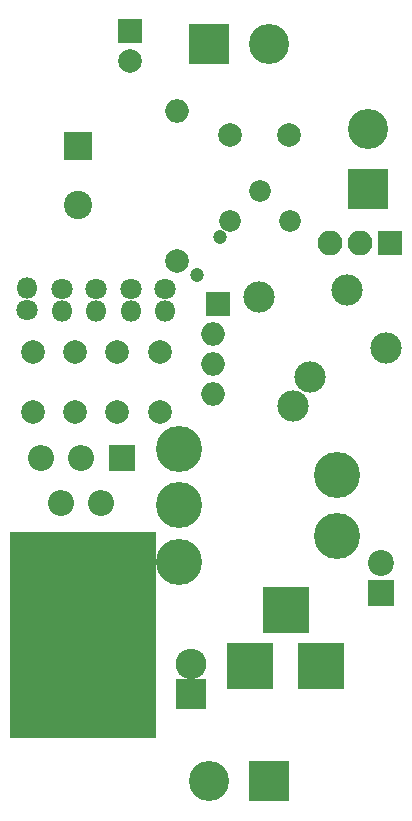
<source format=gbs>
G04 #@! TF.FileFunction,Soldermask,Bot*
%FSLAX45Y45*%
G04 Gerber Fmt 4.5, Leading zero omitted, Abs format (unit mm)*
G04 Created by KiCad (PCBNEW 4.0.7-e2-6376~58~ubuntu16.04.1) date Wed Oct 11 14:35:36 2017*
%MOMM*%
%LPD*%
G01*
G04 APERTURE LIST*
%ADD10C,0.020000*%
%ADD11R,2.600000X2.600000*%
%ADD12O,2.600000X2.600000*%
%ADD13R,2.200000X2.200000*%
%ADD14C,2.200000*%
%ADD15O,3.900000X3.900000*%
%ADD16O,2.200000X2.200000*%
%ADD17C,1.200000*%
%ADD18R,3.400000X3.400000*%
%ADD19C,3.400000*%
%ADD20C,3.900000*%
%ADD21C,1.840000*%
%ADD22C,2.000000*%
%ADD23O,2.000000X2.000000*%
%ADD24R,2.100000X2.100000*%
%ADD25O,2.100000X2.100000*%
%ADD26C,2.650000*%
%ADD27C,1.800000*%
%ADD28O,1.800000X1.800000*%
%ADD29C,2.400000*%
%ADD30R,2.400000X2.400000*%
%ADD31R,2.000000X2.000000*%
%ADD32R,3.900000X3.900000*%
%ADD33R,12.400000X17.400000*%
G04 APERTURE END LIST*
D10*
D11*
X18847308Y-11861292D03*
D12*
X18847308Y-11607292D03*
D13*
X20452080Y-11008944D03*
D14*
X20452080Y-10754944D03*
D15*
X17928336Y-11727820D03*
D13*
X18255996Y-9862820D03*
D16*
X18085996Y-10242820D03*
X17915996Y-9862820D03*
X17745996Y-10242820D03*
X17575996Y-9862820D03*
D17*
X19087338Y-7996174D03*
D18*
X20339812Y-7585710D03*
D19*
X20339812Y-7077710D03*
D20*
X20082152Y-10010156D03*
X20082152Y-10520156D03*
X18742152Y-9790156D03*
X18742152Y-10265156D03*
X18742152Y-10740156D03*
D21*
X19174460Y-7858760D03*
X19428460Y-7604760D03*
X19682460Y-7858760D03*
D22*
X18722340Y-8196580D03*
D23*
X18722340Y-6926580D03*
D24*
X20530312Y-8046720D03*
D25*
X20276312Y-8046720D03*
X20022312Y-8046720D03*
D26*
X20494880Y-8934704D03*
X20164880Y-8444704D03*
X19419880Y-8499704D03*
X19849880Y-9174704D03*
X19709880Y-9424704D03*
D27*
X18624804Y-8430392D03*
D28*
X18624804Y-8620392D03*
D27*
X18333720Y-8430392D03*
D28*
X18333720Y-8620392D03*
D27*
X18042636Y-8430392D03*
D28*
X18042636Y-8620392D03*
D27*
X17748504Y-8430392D03*
D28*
X17748504Y-8620392D03*
D19*
X18998336Y-12600432D03*
D10*
G36*
X19336336Y-12770432D02*
X19336336Y-12430432D01*
X19676336Y-12430432D01*
X19676336Y-12770432D01*
X19336336Y-12770432D01*
X19336336Y-12770432D01*
G37*
D29*
X17886680Y-7725664D03*
D30*
X17886680Y-7225664D03*
D17*
X18898362Y-8310880D03*
D19*
X19506336Y-6362192D03*
D18*
X18998336Y-6362192D03*
D27*
X17457928Y-8611240D03*
D28*
X17457928Y-8421240D03*
D31*
X19069304Y-8558276D03*
D23*
X19032728Y-8812276D03*
X19032728Y-9066276D03*
X19032728Y-9320276D03*
D22*
X17861788Y-8970000D03*
X17861788Y-9470000D03*
X17503140Y-8970000D03*
X17503140Y-9470000D03*
X18329224Y-6499860D03*
D31*
X18329224Y-6249860D03*
D22*
X18220436Y-9470000D03*
X18220436Y-8970000D03*
X18579084Y-8970000D03*
X18579084Y-9470000D03*
X19671284Y-7128764D03*
X19171284Y-7128764D03*
D32*
X19346672Y-11624640D03*
X19946672Y-11624640D03*
X19646672Y-11154640D03*
D17*
X17373600Y-10557764D03*
X17530858Y-10557764D03*
X17688115Y-10557764D03*
X17845373Y-10557764D03*
X18002630Y-10557764D03*
X18159888Y-10557764D03*
X18317145Y-10557764D03*
X18474403Y-10557764D03*
X17373600Y-10718259D03*
X17373600Y-10878753D03*
X17373600Y-11039248D03*
X17373600Y-11199742D03*
X17373600Y-11360236D03*
X17373600Y-11520731D03*
X17373600Y-11681225D03*
X17373600Y-11841720D03*
X17373600Y-12002214D03*
X17373600Y-12162709D03*
X18474403Y-10718259D03*
X18474403Y-10878753D03*
X18474403Y-11039248D03*
X18474403Y-11199742D03*
X18474403Y-11360236D03*
X18474403Y-11520731D03*
X18474403Y-11681225D03*
X18474403Y-11841720D03*
X18474403Y-12002214D03*
X18474403Y-12162709D03*
X17530858Y-12162709D03*
X17688115Y-12162709D03*
X17845373Y-12162709D03*
X18002630Y-12162709D03*
X18159888Y-12162709D03*
X18317145Y-12162709D03*
X18474403Y-12162709D03*
D33*
X17929860Y-11365484D03*
M02*

</source>
